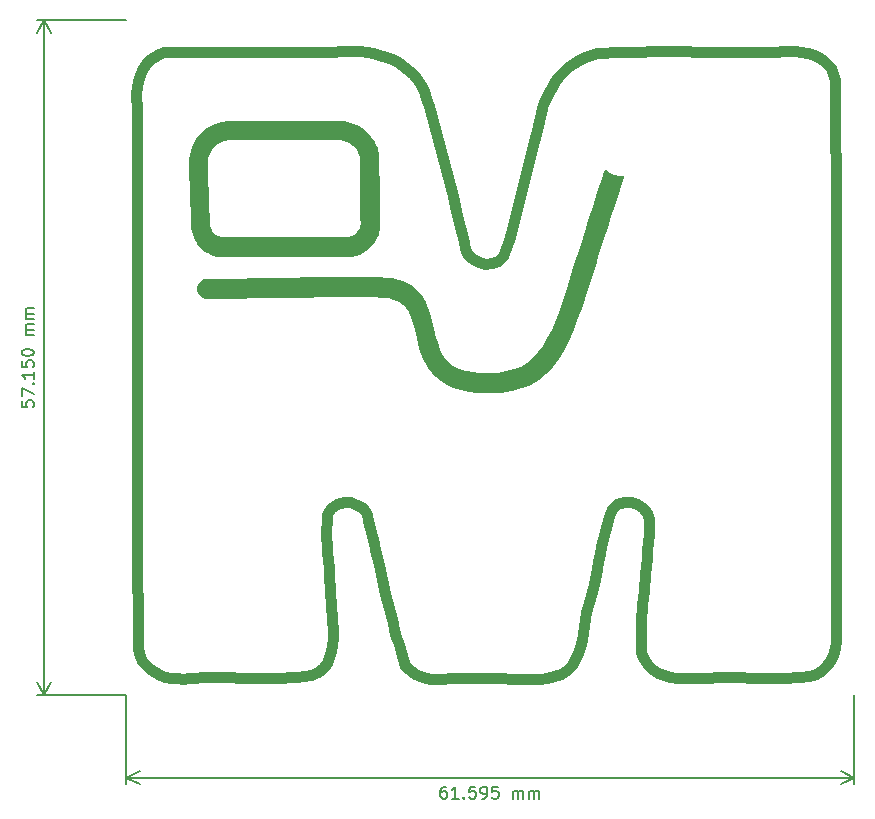
<source format=gto>
G04 #@! TF.GenerationSoftware,KiCad,Pcbnew,5.0.2-bee76a0~70~ubuntu16.04.1*
G04 #@! TF.CreationDate,2019-01-04T08:40:48-07:00*
G04 #@! TF.ProjectId,MakerCozumel,4d616b65-7243-46f7-9a75-6d656c2e6b69,rev?*
G04 #@! TF.SameCoordinates,Original*
G04 #@! TF.FileFunction,Legend,Top*
G04 #@! TF.FilePolarity,Positive*
%FSLAX46Y46*%
G04 Gerber Fmt 4.6, Leading zero omitted, Abs format (unit mm)*
G04 Created by KiCad (PCBNEW 5.0.2-bee76a0~70~ubuntu16.04.1) date Fri 04 Jan 2019 08:40:48 MST*
%MOMM*%
%LPD*%
G01*
G04 APERTURE LIST*
%ADD10C,0.152400*%
%ADD11C,0.100000*%
%ADD12C,0.937500*%
G04 APERTURE END LIST*
D10*
X99087819Y-108451952D02*
X99087819Y-108935761D01*
X99571628Y-108984142D01*
X99523247Y-108935761D01*
X99474866Y-108839000D01*
X99474866Y-108597095D01*
X99523247Y-108500333D01*
X99571628Y-108451952D01*
X99668390Y-108403571D01*
X99910295Y-108403571D01*
X100007057Y-108451952D01*
X100055438Y-108500333D01*
X100103819Y-108597095D01*
X100103819Y-108839000D01*
X100055438Y-108935761D01*
X100007057Y-108984142D01*
X99087819Y-108064904D02*
X99087819Y-107387571D01*
X100103819Y-107823000D01*
X100007057Y-107000523D02*
X100055438Y-106952142D01*
X100103819Y-107000523D01*
X100055438Y-107048904D01*
X100007057Y-107000523D01*
X100103819Y-107000523D01*
X100103819Y-105984523D02*
X100103819Y-106565095D01*
X100103819Y-106274809D02*
X99087819Y-106274809D01*
X99232961Y-106371571D01*
X99329723Y-106468333D01*
X99378104Y-106565095D01*
X99087819Y-105065285D02*
X99087819Y-105549095D01*
X99571628Y-105597476D01*
X99523247Y-105549095D01*
X99474866Y-105452333D01*
X99474866Y-105210428D01*
X99523247Y-105113666D01*
X99571628Y-105065285D01*
X99668390Y-105016904D01*
X99910295Y-105016904D01*
X100007057Y-105065285D01*
X100055438Y-105113666D01*
X100103819Y-105210428D01*
X100103819Y-105452333D01*
X100055438Y-105549095D01*
X100007057Y-105597476D01*
X99087819Y-104387952D02*
X99087819Y-104291190D01*
X99136200Y-104194428D01*
X99184580Y-104146047D01*
X99281342Y-104097666D01*
X99474866Y-104049285D01*
X99716771Y-104049285D01*
X99910295Y-104097666D01*
X100007057Y-104146047D01*
X100055438Y-104194428D01*
X100103819Y-104291190D01*
X100103819Y-104387952D01*
X100055438Y-104484714D01*
X100007057Y-104533095D01*
X99910295Y-104581476D01*
X99716771Y-104629857D01*
X99474866Y-104629857D01*
X99281342Y-104581476D01*
X99184580Y-104533095D01*
X99136200Y-104484714D01*
X99087819Y-104387952D01*
X100103819Y-102839761D02*
X99426485Y-102839761D01*
X99523247Y-102839761D02*
X99474866Y-102791380D01*
X99426485Y-102694619D01*
X99426485Y-102549476D01*
X99474866Y-102452714D01*
X99571628Y-102404333D01*
X100103819Y-102404333D01*
X99571628Y-102404333D02*
X99474866Y-102355952D01*
X99426485Y-102259190D01*
X99426485Y-102114047D01*
X99474866Y-102017285D01*
X99571628Y-101968904D01*
X100103819Y-101968904D01*
X100103819Y-101485095D02*
X99426485Y-101485095D01*
X99523247Y-101485095D02*
X99474866Y-101436714D01*
X99426485Y-101339952D01*
X99426485Y-101194809D01*
X99474866Y-101098047D01*
X99571628Y-101049666D01*
X100103819Y-101049666D01*
X99571628Y-101049666D02*
X99474866Y-101001285D01*
X99426485Y-100904523D01*
X99426485Y-100759380D01*
X99474866Y-100662619D01*
X99571628Y-100614238D01*
X100103819Y-100614238D01*
X100965000Y-133350000D02*
X100965000Y-76200000D01*
X107950000Y-133350000D02*
X100378579Y-133350000D01*
X107950000Y-76200000D02*
X100378579Y-76200000D01*
X100965000Y-76200000D02*
X101551421Y-77326504D01*
X100965000Y-76200000D02*
X100378579Y-77326504D01*
X100965000Y-133350000D02*
X101551421Y-132223496D01*
X100965000Y-133350000D02*
X100378579Y-132223496D01*
X135022166Y-141099419D02*
X134828642Y-141099419D01*
X134731880Y-141147800D01*
X134683500Y-141196180D01*
X134586738Y-141341323D01*
X134538357Y-141534847D01*
X134538357Y-141921895D01*
X134586738Y-142018657D01*
X134635119Y-142067038D01*
X134731880Y-142115419D01*
X134925404Y-142115419D01*
X135022166Y-142067038D01*
X135070547Y-142018657D01*
X135118928Y-141921895D01*
X135118928Y-141679990D01*
X135070547Y-141583228D01*
X135022166Y-141534847D01*
X134925404Y-141486466D01*
X134731880Y-141486466D01*
X134635119Y-141534847D01*
X134586738Y-141583228D01*
X134538357Y-141679990D01*
X136086547Y-142115419D02*
X135505976Y-142115419D01*
X135796261Y-142115419D02*
X135796261Y-141099419D01*
X135699500Y-141244561D01*
X135602738Y-141341323D01*
X135505976Y-141389704D01*
X136521976Y-142018657D02*
X136570357Y-142067038D01*
X136521976Y-142115419D01*
X136473595Y-142067038D01*
X136521976Y-142018657D01*
X136521976Y-142115419D01*
X137489595Y-141099419D02*
X137005785Y-141099419D01*
X136957404Y-141583228D01*
X137005785Y-141534847D01*
X137102547Y-141486466D01*
X137344452Y-141486466D01*
X137441214Y-141534847D01*
X137489595Y-141583228D01*
X137537976Y-141679990D01*
X137537976Y-141921895D01*
X137489595Y-142018657D01*
X137441214Y-142067038D01*
X137344452Y-142115419D01*
X137102547Y-142115419D01*
X137005785Y-142067038D01*
X136957404Y-142018657D01*
X138021785Y-142115419D02*
X138215309Y-142115419D01*
X138312071Y-142067038D01*
X138360452Y-142018657D01*
X138457214Y-141873514D01*
X138505595Y-141679990D01*
X138505595Y-141292942D01*
X138457214Y-141196180D01*
X138408833Y-141147800D01*
X138312071Y-141099419D01*
X138118547Y-141099419D01*
X138021785Y-141147800D01*
X137973404Y-141196180D01*
X137925023Y-141292942D01*
X137925023Y-141534847D01*
X137973404Y-141631609D01*
X138021785Y-141679990D01*
X138118547Y-141728371D01*
X138312071Y-141728371D01*
X138408833Y-141679990D01*
X138457214Y-141631609D01*
X138505595Y-141534847D01*
X139424833Y-141099419D02*
X138941023Y-141099419D01*
X138892642Y-141583228D01*
X138941023Y-141534847D01*
X139037785Y-141486466D01*
X139279690Y-141486466D01*
X139376452Y-141534847D01*
X139424833Y-141583228D01*
X139473214Y-141679990D01*
X139473214Y-141921895D01*
X139424833Y-142018657D01*
X139376452Y-142067038D01*
X139279690Y-142115419D01*
X139037785Y-142115419D01*
X138941023Y-142067038D01*
X138892642Y-142018657D01*
X140682738Y-142115419D02*
X140682738Y-141438085D01*
X140682738Y-141534847D02*
X140731119Y-141486466D01*
X140827880Y-141438085D01*
X140973023Y-141438085D01*
X141069785Y-141486466D01*
X141118166Y-141583228D01*
X141118166Y-142115419D01*
X141118166Y-141583228D02*
X141166547Y-141486466D01*
X141263309Y-141438085D01*
X141408452Y-141438085D01*
X141505214Y-141486466D01*
X141553595Y-141583228D01*
X141553595Y-142115419D01*
X142037404Y-142115419D02*
X142037404Y-141438085D01*
X142037404Y-141534847D02*
X142085785Y-141486466D01*
X142182547Y-141438085D01*
X142327690Y-141438085D01*
X142424452Y-141486466D01*
X142472833Y-141583228D01*
X142472833Y-142115419D01*
X142472833Y-141583228D02*
X142521214Y-141486466D01*
X142617976Y-141438085D01*
X142763119Y-141438085D01*
X142859880Y-141486466D01*
X142908261Y-141583228D01*
X142908261Y-142115419D01*
X107950000Y-140335000D02*
X169545000Y-140335000D01*
X107950000Y-133350000D02*
X107950000Y-140921421D01*
X169545000Y-133350000D02*
X169545000Y-140921421D01*
X169545000Y-140335000D02*
X168418496Y-140921421D01*
X169545000Y-140335000D02*
X168418496Y-139748579D01*
X107950000Y-140335000D02*
X109076504Y-140921421D01*
X107950000Y-140335000D02*
X109076504Y-139748579D01*
D11*
G04 #@! TO.C,svg2mod*
G36*
X116207132Y-96282816D02*
X116855583Y-96282816D01*
X126828109Y-94540881D01*
X126767348Y-94551125D01*
X126706007Y-94558559D01*
X126644278Y-94563086D01*
X126582355Y-94564610D01*
X125933906Y-94564610D01*
X125285455Y-94564610D01*
X124637006Y-94564610D01*
X123988556Y-94564610D01*
X123340105Y-94564610D01*
X122691654Y-94564610D01*
X122043203Y-94564610D01*
X121394753Y-94564610D01*
X120746302Y-94564610D01*
X120097851Y-94564610D01*
X119449401Y-94564610D01*
X118800950Y-94564610D01*
X118152499Y-94564610D01*
X117504049Y-94564610D01*
X116855598Y-94564610D01*
X116207147Y-94564610D01*
X116084886Y-94558511D01*
X115966302Y-94540601D01*
X115851978Y-94511463D01*
X115742494Y-94471676D01*
X115638427Y-94421821D01*
X115540362Y-94362481D01*
X115448881Y-94294237D01*
X115364564Y-94217667D01*
X115287993Y-94133352D01*
X115219748Y-94041873D01*
X115160408Y-93943810D01*
X115110556Y-93839747D01*
X115070769Y-93730262D01*
X115041631Y-93615938D01*
X115023721Y-93497355D01*
X115017622Y-93375093D01*
X115005232Y-93052933D01*
X114992843Y-92730773D01*
X114980453Y-92408613D01*
X114968064Y-92086452D01*
X114955671Y-91764292D01*
X114943282Y-91442131D01*
X114930889Y-91119971D01*
X114918500Y-90797810D01*
X114906110Y-90475650D01*
X114893718Y-90153490D01*
X114881328Y-89831330D01*
X114868939Y-89509170D01*
X114856546Y-89187009D01*
X114844157Y-88864849D01*
X114831767Y-88542689D01*
X114819375Y-88220529D01*
X114836018Y-88036582D01*
X114880035Y-87856421D01*
X114935829Y-87681676D01*
X115007304Y-87513223D01*
X115093491Y-87352127D01*
X115193424Y-87199453D01*
X115306134Y-87056266D01*
X115430654Y-86923630D01*
X115566017Y-86802610D01*
X115711254Y-86694272D01*
X115865396Y-86599679D01*
X116027475Y-86519897D01*
X116196525Y-86455991D01*
X116371577Y-86409026D01*
X116551663Y-86380066D01*
X116735813Y-86370177D01*
X116735809Y-86370180D01*
X116735803Y-86370184D01*
X116735798Y-86370187D01*
X116735794Y-86370191D01*
X116735799Y-86370198D01*
X117305775Y-86370198D01*
X117875751Y-86370198D01*
X118445727Y-86370198D01*
X119015703Y-86370198D01*
X119585679Y-86370198D01*
X120155655Y-86370198D01*
X120725631Y-86370198D01*
X121295607Y-86370198D01*
X121865582Y-86370198D01*
X122435558Y-86370198D01*
X123005533Y-86370198D01*
X123575508Y-86370198D01*
X124145484Y-86370198D01*
X124715460Y-86370198D01*
X125285436Y-86370198D01*
X125855412Y-86370198D01*
X126003230Y-86375572D01*
X126148918Y-86391495D01*
X126291896Y-86417679D01*
X126431583Y-86453835D01*
X126567398Y-86499671D01*
X126698759Y-86554897D01*
X126825087Y-86619223D01*
X126945800Y-86692357D01*
X127060318Y-86774010D01*
X127168059Y-86863892D01*
X127268444Y-86961711D01*
X127360892Y-87067178D01*
X127444821Y-87180001D01*
X127519649Y-87299892D01*
X127584798Y-87426558D01*
X127639686Y-87559711D01*
X127674617Y-87612036D01*
X127690430Y-87671703D01*
X127697130Y-87733455D01*
X127704725Y-87792038D01*
X127705374Y-87816221D01*
X127705713Y-87840696D01*
X127705836Y-87865365D01*
X127705854Y-87890130D01*
X127709980Y-88232941D01*
X127714106Y-88575753D01*
X127718235Y-88918564D01*
X127722361Y-89261376D01*
X127726487Y-89604187D01*
X127730616Y-89946999D01*
X127734742Y-90289810D01*
X127738868Y-90632621D01*
X127742997Y-90975433D01*
X127747123Y-91318244D01*
X127751249Y-91661056D01*
X127755378Y-92003867D01*
X127759504Y-92346679D01*
X127763630Y-92689491D01*
X127767759Y-93032302D01*
X127771885Y-93375114D01*
X127691446Y-93782095D01*
X127491281Y-94120405D01*
X127195473Y-94377511D01*
X126828109Y-94540881D01*
X116855583Y-96282816D01*
X117504033Y-96282816D01*
X118152484Y-96282816D01*
X118800935Y-96282816D01*
X119449385Y-96282816D01*
X120097836Y-96282816D01*
X120746287Y-96282816D01*
X121394737Y-96282816D01*
X122043188Y-96282816D01*
X122691639Y-96282816D01*
X123340089Y-96282816D01*
X123988540Y-96282816D01*
X124636991Y-96282816D01*
X125285441Y-96282816D01*
X125933892Y-96282816D01*
X126582343Y-96282816D01*
X126730225Y-96278975D01*
X126876365Y-96267582D01*
X127020569Y-96248834D01*
X127162642Y-96222926D01*
X127302395Y-96190047D01*
X127439630Y-96150391D01*
X127574154Y-96104150D01*
X127705773Y-96051521D01*
X128208473Y-95772238D01*
X128629071Y-95411411D01*
X128974199Y-94982396D01*
X129250488Y-94498545D01*
X129299616Y-94366925D01*
X129341484Y-94232402D01*
X129375800Y-94095168D01*
X129402276Y-93955417D01*
X129420620Y-93813341D01*
X129430543Y-93669137D01*
X129431757Y-93522997D01*
X129423959Y-93375114D01*
X129419833Y-93032303D01*
X129415707Y-92689491D01*
X129411578Y-92346680D01*
X129407452Y-92003868D01*
X129403326Y-91661057D01*
X129399197Y-91318245D01*
X129395071Y-90975434D01*
X129390944Y-90632622D01*
X129386816Y-90289810D01*
X129382689Y-89946999D01*
X129378563Y-89604187D01*
X129374434Y-89261376D01*
X129370308Y-88918565D01*
X129366182Y-88575753D01*
X129362053Y-88232942D01*
X129357927Y-87890130D01*
X129348162Y-87669107D01*
X129318387Y-87452674D01*
X129275342Y-87240196D01*
X129225774Y-87031037D01*
X129117499Y-86776365D01*
X128991493Y-86533213D01*
X128848660Y-86302257D01*
X128689857Y-86084176D01*
X128515951Y-85879647D01*
X128327814Y-85689349D01*
X128126318Y-85513959D01*
X127912335Y-85354154D01*
X127686735Y-85210611D01*
X127450390Y-85084009D01*
X127204172Y-84975025D01*
X126948949Y-84884337D01*
X126685597Y-84812622D01*
X126414985Y-84760558D01*
X126137984Y-84728823D01*
X125855465Y-84718093D01*
X125289620Y-84718093D01*
X124723774Y-84718093D01*
X124157928Y-84718093D01*
X123592083Y-84718093D01*
X123026237Y-84718093D01*
X122460391Y-84718093D01*
X121894546Y-84718093D01*
X121328700Y-84718093D01*
X120762855Y-84718093D01*
X120197010Y-84718093D01*
X119631165Y-84718093D01*
X119065320Y-84718093D01*
X118499475Y-84718093D01*
X117933629Y-84718093D01*
X117367783Y-84718093D01*
X116801938Y-84718093D01*
X116435152Y-84736406D01*
X116079402Y-84790244D01*
X115736429Y-84877964D01*
X115407977Y-84997919D01*
X115095788Y-85148464D01*
X114801604Y-85327952D01*
X114527167Y-85534740D01*
X114274220Y-85767180D01*
X114044507Y-86023626D01*
X113839769Y-86302435D01*
X113661749Y-86601959D01*
X113512189Y-86920554D01*
X113392831Y-87256573D01*
X113305418Y-87608371D01*
X113251692Y-87974303D01*
X113233395Y-88352721D01*
X113245788Y-88674881D01*
X113258177Y-88997041D01*
X113270567Y-89319201D01*
X113282959Y-89641361D01*
X113295349Y-89963522D01*
X113307738Y-90285681D01*
X113320131Y-90607841D01*
X113332520Y-90930001D01*
X113344910Y-91252161D01*
X113357299Y-91574321D01*
X113369689Y-91896482D01*
X113382078Y-92218642D01*
X113394471Y-92540802D01*
X113406860Y-92862962D01*
X113419253Y-93185122D01*
X113431642Y-93507283D01*
X113445389Y-93799821D01*
X113485854Y-94081905D01*
X113551874Y-94352373D01*
X113642288Y-94610063D01*
X113755934Y-94853812D01*
X113891652Y-95082460D01*
X114048278Y-95294846D01*
X114224654Y-95489806D01*
X114419615Y-95666180D01*
X114632001Y-95822808D01*
X114860648Y-95958526D01*
X115104397Y-96072172D01*
X115362087Y-96162585D01*
X115632555Y-96228606D01*
X115914637Y-96269070D01*
X116207174Y-96282817D01*
X116207162Y-96282817D01*
X116207150Y-96282817D01*
X116207138Y-96282817D01*
X116207126Y-96282817D01*
X116207132Y-96282816D01*
X116207132Y-96282816D01*
G37*
G36*
X148486046Y-88840664D02*
X148466601Y-88899084D01*
X148410939Y-89066408D01*
X148323139Y-89330728D01*
X148207264Y-89680138D01*
X148067384Y-90102731D01*
X147907561Y-90586600D01*
X147731867Y-91119839D01*
X147544358Y-91690541D01*
X147349106Y-92286798D01*
X147150176Y-92896704D01*
X146951635Y-93508353D01*
X146757545Y-94109838D01*
X146571976Y-94689252D01*
X146398988Y-95234688D01*
X146242651Y-95734240D01*
X146107029Y-96176001D01*
X145712412Y-97452589D01*
X145341512Y-98632084D01*
X144987067Y-99716519D01*
X144641819Y-100707928D01*
X144298507Y-101608340D01*
X143949872Y-102419791D01*
X143588650Y-103144313D01*
X143207588Y-103783939D01*
X142799418Y-104340701D01*
X142356883Y-104816632D01*
X141872722Y-105213766D01*
X141339678Y-105534134D01*
X140750485Y-105779771D01*
X140097889Y-105952709D01*
X139374626Y-106054983D01*
X138573437Y-106088621D01*
X137917451Y-106069543D01*
X137333971Y-106013494D01*
X136818060Y-105922209D01*
X136364780Y-105797430D01*
X135969195Y-105640901D01*
X135626368Y-105454361D01*
X135331361Y-105239556D01*
X135079237Y-104998225D01*
X134865060Y-104732114D01*
X134683894Y-104442964D01*
X134530800Y-104132517D01*
X134400843Y-103802517D01*
X134289084Y-103454703D01*
X134190587Y-103090821D01*
X134100415Y-102712612D01*
X134013632Y-102321818D01*
X133938044Y-102007870D01*
X133858100Y-101687436D01*
X133770994Y-101363324D01*
X133673918Y-101038339D01*
X133564064Y-100715292D01*
X133438623Y-100396988D01*
X133294789Y-100086235D01*
X133129754Y-99785840D01*
X132940713Y-99498610D01*
X132724859Y-99227352D01*
X132479384Y-98974873D01*
X132201480Y-98743980D01*
X131888339Y-98537483D01*
X131537154Y-98358188D01*
X131145118Y-98208902D01*
X130709425Y-98092433D01*
X130485680Y-98057568D01*
X130211211Y-98027252D01*
X129886405Y-98001390D01*
X129511648Y-97979881D01*
X129087330Y-97962635D01*
X128613834Y-97949551D01*
X128091550Y-97940534D01*
X127520864Y-97935485D01*
X126902164Y-97934300D01*
X126235837Y-97936868D01*
X125522271Y-97943139D01*
X124761851Y-97953034D01*
X123954967Y-97966414D01*
X123102004Y-97983141D01*
X122203350Y-98003142D01*
X121259392Y-98026344D01*
X120836718Y-98037971D01*
X120411915Y-98048154D01*
X119985950Y-98056982D01*
X119559791Y-98064551D01*
X119134407Y-98070957D01*
X118710765Y-98076297D01*
X118289834Y-98080669D01*
X117872582Y-98084165D01*
X117459975Y-98086903D01*
X117052983Y-98088963D01*
X116652574Y-98090431D01*
X116259715Y-98091418D01*
X115875375Y-98092011D01*
X115500521Y-98092350D01*
X115136122Y-98092500D01*
X114783146Y-98092533D01*
X114613419Y-98110474D01*
X114453759Y-98161715D01*
X114308039Y-98242385D01*
X114180130Y-98348609D01*
X114073905Y-98476519D01*
X113993237Y-98622240D01*
X113941995Y-98781900D01*
X113924054Y-98951627D01*
X113941995Y-99121354D01*
X113993239Y-99281014D01*
X114073909Y-99426736D01*
X114180132Y-99554646D01*
X114308041Y-99660871D01*
X114453761Y-99741539D01*
X114613421Y-99792781D01*
X114783148Y-99810722D01*
X115147031Y-99809988D01*
X115519626Y-99807900D01*
X115900352Y-99804640D01*
X116288628Y-99800407D01*
X116683875Y-99795400D01*
X117085511Y-99789820D01*
X117492954Y-99783854D01*
X117905623Y-99777691D01*
X118322941Y-99771527D01*
X118744324Y-99765561D01*
X119169193Y-99759981D01*
X119596964Y-99754974D01*
X120027060Y-99750741D01*
X120458898Y-99747481D01*
X120891897Y-99745393D01*
X121325476Y-99744659D01*
X122037010Y-99731612D01*
X122755321Y-99717687D01*
X123474793Y-99703568D01*
X124189812Y-99689934D01*
X124894764Y-99677462D01*
X125584033Y-99666831D01*
X126252005Y-99658714D01*
X126893066Y-99653792D01*
X127501602Y-99652720D01*
X128071997Y-99656199D01*
X128598637Y-99664926D01*
X129075908Y-99679601D01*
X129498193Y-99700858D01*
X129859881Y-99729330D01*
X130155358Y-99765721D01*
X130379007Y-99810738D01*
X130626354Y-99878967D01*
X130849210Y-99960072D01*
X131049415Y-100054536D01*
X131228806Y-100162841D01*
X131389224Y-100285474D01*
X131532509Y-100422918D01*
X131660499Y-100575656D01*
X131775033Y-100744174D01*
X131877951Y-100928954D01*
X131971091Y-101130482D01*
X132056293Y-101349241D01*
X132135397Y-101585715D01*
X132210242Y-101840388D01*
X132282667Y-102113743D01*
X132354511Y-102406266D01*
X132427613Y-102718439D01*
X132518431Y-103134966D01*
X132621348Y-103563206D01*
X132742271Y-103997835D01*
X132887104Y-104433530D01*
X133061752Y-104864965D01*
X133272121Y-105286814D01*
X133524116Y-105693759D01*
X133823642Y-106080468D01*
X134176602Y-106441622D01*
X134588902Y-106771899D01*
X135066446Y-107065971D01*
X135615141Y-107318515D01*
X136240892Y-107524204D01*
X136949603Y-107677719D01*
X137747180Y-107773731D01*
X138639524Y-107806917D01*
X139665442Y-107760644D01*
X140592620Y-107622604D01*
X141429189Y-107393956D01*
X142183284Y-107075860D01*
X142863036Y-106669480D01*
X143476573Y-106175981D01*
X144032029Y-105596516D01*
X144537534Y-104932256D01*
X145001219Y-104184358D01*
X145431219Y-103353982D01*
X145835660Y-102442292D01*
X146222677Y-101450449D01*
X146600400Y-100379615D01*
X146976967Y-99230952D01*
X147360498Y-98005621D01*
X147759134Y-96704784D01*
X147894756Y-96263023D01*
X148051090Y-95763471D01*
X148224078Y-95218035D01*
X148409648Y-94638621D01*
X148603738Y-94037136D01*
X148802281Y-93425487D01*
X149001211Y-92815580D01*
X149196461Y-92219322D01*
X149383966Y-91648620D01*
X149559664Y-91115381D01*
X149719486Y-90631512D01*
X149859367Y-90208919D01*
X149975239Y-89859508D01*
X150063041Y-89595188D01*
X150118704Y-89427864D01*
X150138149Y-89369444D01*
X150131122Y-89369726D01*
X150110943Y-89370460D01*
X150079035Y-89371419D01*
X150036817Y-89372407D01*
X149985709Y-89373197D01*
X149927126Y-89373592D01*
X149862483Y-89373386D01*
X149793194Y-89372370D01*
X149720680Y-89370310D01*
X149646357Y-89367005D01*
X149571639Y-89362244D01*
X149497942Y-89355821D01*
X149426684Y-89347521D01*
X149359283Y-89337132D01*
X149297149Y-89324446D01*
X149241707Y-89309251D01*
X149187845Y-89289468D01*
X149130184Y-89263819D01*
X149069723Y-89233292D01*
X149007474Y-89198869D01*
X148944436Y-89161538D01*
X148881614Y-89122283D01*
X148820010Y-89082090D01*
X148760631Y-89041943D01*
X148704477Y-89002830D01*
X148652554Y-88965734D01*
X148605866Y-88931641D01*
X148565415Y-88901538D01*
X148532206Y-88876409D01*
X148507257Y-88857240D01*
X148491538Y-88845017D01*
X148486062Y-88840725D01*
X148486062Y-88840702D01*
X148486062Y-88840680D01*
X148486062Y-88840658D01*
X148486046Y-88840664D01*
X148486046Y-88840664D01*
G37*
D12*
X111703349Y-78882760D02*
X111703349Y-78882758D01*
X112394044Y-78881360D02*
X111703349Y-78882760D01*
X113084743Y-78880220D02*
X112394044Y-78881360D01*
X113775445Y-78879319D02*
X113084743Y-78880220D01*
X114466150Y-78878636D02*
X113775445Y-78879319D01*
X115156857Y-78878148D02*
X114466150Y-78878636D01*
X115847567Y-78877829D02*
X115156857Y-78878148D01*
X116538278Y-78877658D02*
X115847567Y-78877829D01*
X117228992Y-78877612D02*
X116538278Y-78877658D01*
X117919643Y-78877667D02*
X117228992Y-78877612D01*
X118610295Y-78877800D02*
X117919643Y-78877667D01*
X119300948Y-78877989D02*
X118610295Y-78877800D01*
X119991601Y-78878209D02*
X119300948Y-78877989D01*
X120682297Y-78878438D02*
X119991601Y-78878209D01*
X121372992Y-78878652D02*
X120682297Y-78878438D01*
X122063687Y-78878829D02*
X121372992Y-78878652D01*
X122754381Y-78878946D02*
X122063687Y-78878829D01*
X123445127Y-78878980D02*
X122754381Y-78878946D01*
X124135871Y-78878907D02*
X123445127Y-78878980D01*
X124826614Y-78878703D02*
X124135871Y-78878907D01*
X125517354Y-78878348D02*
X124826614Y-78878703D01*
X126063136Y-78823180D02*
X125517354Y-78878348D01*
X126616706Y-78796834D02*
X126063136Y-78823180D01*
X127174374Y-78800565D02*
X126616706Y-78796834D01*
X127732451Y-78835631D02*
X127174374Y-78800565D01*
X128286980Y-78903248D02*
X127732451Y-78835631D01*
X128834548Y-79004680D02*
X128286980Y-78903248D01*
X129371472Y-79141183D02*
X128834548Y-79004680D01*
X129894070Y-79314010D02*
X129371472Y-79141183D01*
X130409258Y-79529353D02*
X129894070Y-79314010D01*
X130901729Y-79785244D02*
X130409258Y-79529353D01*
X131367556Y-80083021D02*
X130901729Y-79785244D01*
X131802814Y-80424020D02*
X131367556Y-80083021D01*
X132192403Y-80797681D02*
X131802814Y-80424020D01*
X132545889Y-81214562D02*
X132192403Y-80797681D01*
X132859682Y-81675889D02*
X132545889Y-81214562D01*
X133130188Y-82182883D02*
X132859682Y-81675889D01*
X133342252Y-82809184D02*
X133130188Y-82182883D01*
X133545238Y-83438565D02*
X133342252Y-82809184D01*
X133927185Y-84705478D02*
X133545238Y-83438565D01*
X134281862Y-85979256D02*
X133927185Y-84705478D01*
X134616335Y-87259884D02*
X134281862Y-85979256D01*
X134936451Y-88542995D02*
X134616335Y-87259884D01*
X135249050Y-89828668D02*
X134936451Y-88542995D01*
X135561078Y-91114741D02*
X135249050Y-89828668D01*
X135878042Y-92399002D02*
X135561078Y-91114741D01*
X136040712Y-93040611D02*
X135878042Y-92399002D01*
X136207096Y-93680954D02*
X136040712Y-93040611D01*
X136378001Y-94319760D02*
X136207096Y-93680954D01*
X136554215Y-94956759D02*
X136378001Y-94319760D01*
X136634612Y-95555451D02*
X136554215Y-94956759D01*
X136897087Y-96060486D02*
X136634612Y-95555451D01*
X137297870Y-96455366D02*
X136897087Y-96060486D01*
X137793179Y-96723591D02*
X137297870Y-96455366D01*
X138346360Y-96849263D02*
X137793179Y-96723591D01*
X138906128Y-96810963D02*
X138346360Y-96849263D01*
X139427014Y-96591550D02*
X138906128Y-96810963D01*
X139863538Y-96173885D02*
X139427014Y-96591550D01*
X140088760Y-95519719D02*
X139863538Y-96173885D01*
X140301020Y-94860455D02*
X140088760Y-95519719D01*
X140501829Y-94196687D02*
X140301020Y-94860455D01*
X140692690Y-93529009D02*
X140501829Y-94196687D01*
X140874244Y-92861289D02*
X140692690Y-93529009D01*
X141048925Y-92190868D02*
X140874244Y-92861289D01*
X141383618Y-90844268D02*
X141048925Y-92190868D01*
X141708075Y-89496275D02*
X141383618Y-90844268D01*
X142034719Y-88149169D02*
X141708075Y-89496275D01*
X142376301Y-86804056D02*
X142034719Y-88149169D01*
X142743879Y-85469204D02*
X142376301Y-86804056D01*
X142934666Y-84393480D02*
X142743879Y-85469204D01*
X143249948Y-83332615D02*
X142934666Y-84393480D01*
X143454141Y-82818427D02*
X143249948Y-83332615D01*
X143689693Y-82319504D02*
X143454141Y-82818427D01*
X143956720Y-81839697D02*
X143689693Y-82319504D01*
X144255342Y-81382853D02*
X143956720Y-81839697D01*
X144592790Y-80944304D02*
X144255342Y-81382853D01*
X144963392Y-80537773D02*
X144592790Y-80944304D01*
X145367272Y-80167353D02*
X144963392Y-80537773D01*
X145804556Y-79837137D02*
X145367272Y-80167353D01*
X146262128Y-79558367D02*
X145804556Y-79837137D01*
X146751550Y-79325284D02*
X146262128Y-79558367D01*
X147272930Y-79141655D02*
X146751550Y-79325284D01*
X147826393Y-79011247D02*
X147272930Y-79141655D01*
X148457696Y-78974760D02*
X147826393Y-79011247D01*
X149089408Y-78944029D02*
X148457696Y-78974760D01*
X149721504Y-78918634D02*
X149089408Y-78944029D01*
X150353947Y-78898158D02*
X149721504Y-78918634D01*
X150986096Y-78882196D02*
X150353947Y-78898158D01*
X151618534Y-78870310D02*
X150986096Y-78882196D01*
X152251234Y-78862083D02*
X151618534Y-78870310D01*
X152884165Y-78857097D02*
X152251234Y-78862083D01*
X153516503Y-78854938D02*
X152884165Y-78857097D01*
X154149014Y-78855182D02*
X153516503Y-78854938D01*
X154781663Y-78857415D02*
X154149014Y-78855182D01*
X155414428Y-78861219D02*
X154781663Y-78857415D01*
X156046975Y-78866178D02*
X155414428Y-78861219D01*
X156679577Y-78871879D02*
X156046975Y-78866178D01*
X157312197Y-78877907D02*
X156679577Y-78871879D01*
X157944813Y-78883847D02*
X157312197Y-78877907D01*
X158577487Y-78889287D02*
X157944813Y-78883847D01*
X159210094Y-78893808D02*
X158577487Y-78889287D01*
X159842605Y-78896998D02*
X159210094Y-78893808D01*
X160474991Y-78898443D02*
X159842605Y-78896998D01*
X161107852Y-78897723D02*
X160474991Y-78898443D01*
X161740529Y-78894421D02*
X161107852Y-78897723D01*
X162372989Y-78888121D02*
X161740529Y-78894421D01*
X163005206Y-78878407D02*
X162372989Y-78888121D01*
X163491947Y-78822124D02*
X163005206Y-78878407D01*
X163998781Y-78797927D02*
X163491947Y-78822124D01*
X164515524Y-78809955D02*
X163998781Y-78797927D01*
X165031991Y-78862347D02*
X164515524Y-78809955D01*
X165545339Y-78961025D02*
X165031991Y-78862347D01*
X166037278Y-79109854D02*
X165545339Y-78961025D01*
X166497167Y-79313158D02*
X166037278Y-79109854D01*
X166914365Y-79575263D02*
X166497167Y-79313158D01*
X167274497Y-79896494D02*
X166914365Y-79575263D01*
X167572197Y-80283629D02*
X167274497Y-79896494D01*
X167797173Y-80740849D02*
X167572197Y-80283629D01*
X167939136Y-81272335D02*
X167797173Y-80740849D01*
X167945656Y-81956829D02*
X167939136Y-81272335D01*
X167951808Y-82641348D02*
X167945656Y-81956829D01*
X167962984Y-84010458D02*
X167951808Y-82641348D01*
X167972749Y-85379661D02*
X167962984Y-84010458D01*
X167981187Y-86748950D02*
X167972749Y-85379661D01*
X167988384Y-88118196D02*
X167981187Y-86748950D01*
X167994424Y-89487518D02*
X167988384Y-88118196D01*
X167999363Y-90856550D02*
X167994424Y-89487518D01*
X168003314Y-92225647D02*
X167999363Y-90856550D01*
X168006333Y-93594722D02*
X168003314Y-92225647D01*
X168008591Y-94963853D02*
X168006333Y-93594722D01*
X168010002Y-96332967D02*
X168008591Y-94963853D01*
X168010567Y-97702127D02*
X168010002Y-96332967D01*
X168010646Y-99071272D02*
X168010567Y-97702127D01*
X168010081Y-100440452D02*
X168010646Y-99071272D01*
X168009235Y-101809613D02*
X168010081Y-100440452D01*
X168007824Y-103178800D02*
X168009235Y-101809613D01*
X168006130Y-104547964D02*
X168007824Y-103178800D01*
X168004437Y-105917143D02*
X168006130Y-104547964D01*
X168002461Y-107286293D02*
X168004437Y-105917143D01*
X168000486Y-108655449D02*
X168002461Y-107286293D01*
X167998510Y-110024478D02*
X168000486Y-108655449D01*
X167996535Y-111393499D02*
X167998510Y-110024478D01*
X167994841Y-112762564D02*
X167996535Y-111393499D01*
X167993430Y-114131610D02*
X167994841Y-112762564D01*
X167992301Y-115500901D02*
X167993430Y-114131610D01*
X167991455Y-116870167D02*
X167992301Y-115500901D01*
X167991212Y-118239419D02*
X167991455Y-116870167D01*
X167991494Y-119608632D02*
X167991212Y-118239419D01*
X167992341Y-120977821D02*
X167991494Y-119608632D01*
X167994034Y-122346966D02*
X167992341Y-120977821D01*
X167996574Y-123716077D02*
X167994034Y-122346966D01*
X167999961Y-125085128D02*
X167996574Y-123716077D01*
X167992821Y-126255803D02*
X167999961Y-125085128D01*
X168037400Y-127514336D02*
X167992821Y-126255803D01*
X168039376Y-128143344D02*
X168037400Y-127514336D01*
X168006929Y-128761008D02*
X168039376Y-128143344D01*
X167924605Y-129356400D02*
X168006929Y-128761008D01*
X167776816Y-129918604D02*
X167924605Y-129356400D01*
X167542736Y-130446058D02*
X167776816Y-129918604D01*
X167208000Y-130916144D02*
X167542736Y-130446058D01*
X166756117Y-131317303D02*
X167208000Y-130916144D01*
X166170597Y-131637975D02*
X166756117Y-131317303D01*
X165626354Y-131731097D02*
X166170597Y-131637975D01*
X165079037Y-131802003D02*
X165626354Y-131731097D01*
X164529003Y-131853226D02*
X165079037Y-131802003D01*
X163976601Y-131887262D02*
X164529003Y-131853226D01*
X163426234Y-131906538D02*
X163976601Y-131887262D01*
X162874224Y-131913876D02*
X163426234Y-131906538D01*
X162320916Y-131911618D02*
X162874224Y-131913876D01*
X161766657Y-131902446D02*
X162320916Y-131911618D01*
X161214377Y-131888786D02*
X161766657Y-131902446D01*
X160661833Y-131873066D02*
X161214377Y-131888786D01*
X160109364Y-131857713D02*
X160661833Y-131873066D01*
X159557309Y-131845126D02*
X160109364Y-131857713D01*
X159002934Y-131837732D02*
X159557309Y-131845126D01*
X158449669Y-131838014D02*
X159002934Y-131837732D01*
X157897856Y-131848654D02*
X158449669Y-131838014D01*
X157347845Y-131871994D02*
X157897856Y-131848654D01*
X156819844Y-131891439D02*
X157347845Y-131871994D01*
X156262229Y-131912549D02*
X156819844Y-131891439D01*
X155686363Y-131924261D02*
X156262229Y-131912549D01*
X155103605Y-131915541D02*
X155686363Y-131924261D01*
X154523357Y-131875078D02*
X155103605Y-131915541D01*
X153959087Y-131791693D02*
X154523357Y-131875078D01*
X153422269Y-131654197D02*
X153959087Y-131791693D01*
X152924390Y-131451409D02*
X153422269Y-131654197D01*
X152476639Y-131171930D02*
X152924390Y-131451409D01*
X152090866Y-130804663D02*
X152476639Y-131171930D01*
X151778576Y-130338404D02*
X152090866Y-130804663D01*
X151551266Y-129761951D02*
X151778576Y-130338404D01*
X151523919Y-129094414D02*
X151551266Y-129761951D01*
X151515650Y-128425860D02*
X151523919Y-129094414D01*
X151524257Y-127756409D02*
X151515650Y-128425860D01*
X151547597Y-127086174D02*
X151524257Y-127756409D01*
X151629188Y-125752316D02*
X151547597Y-127086174D01*
X151743451Y-124416736D02*
X151629188Y-125752316D01*
X151872982Y-123084658D02*
X151743451Y-124416736D01*
X151938348Y-122418600D02*
X151872982Y-123084658D01*
X152001303Y-121752679D02*
X151938348Y-122418600D01*
X152059957Y-121084586D02*
X152001303Y-121752679D01*
X152111946Y-120416857D02*
X152059957Y-121084586D01*
X152155154Y-119749607D02*
X152111946Y-120416857D01*
X152187443Y-119082950D02*
X152155154Y-119749607D01*
X152231190Y-118458675D02*
X152187443Y-119082950D01*
X152044201Y-117917790D02*
X152231190Y-118458675D01*
X151679471Y-117481438D02*
X152044201Y-117917790D01*
X151189985Y-117170762D02*
X151679471Y-117481438D01*
X150630155Y-117007113D02*
X151189985Y-117170762D01*
X150051509Y-117010556D02*
X150630155Y-117007113D01*
X149506656Y-117202086D02*
X150051509Y-117010556D01*
X149048198Y-117602689D02*
X149506656Y-117202086D01*
X148816897Y-118210249D02*
X149048198Y-117602689D01*
X148616460Y-118829512D02*
X148816897Y-118210249D01*
X148441829Y-119458551D02*
X148616460Y-118829512D01*
X148287936Y-120095445D02*
X148441829Y-119458551D01*
X148151132Y-120731365D02*
X148287936Y-120095445D01*
X148024764Y-121371222D02*
X148151132Y-120731365D01*
X147903933Y-122013142D02*
X148024764Y-121371222D01*
X147783732Y-122655265D02*
X147903933Y-122013142D01*
X147524359Y-123938344D02*
X147783732Y-122655265D01*
X147207985Y-125199578D02*
X147524359Y-123938344D01*
X146900662Y-126304359D02*
X147207985Y-125199578D01*
X146703936Y-127496305D02*
X146900662Y-126304359D01*
X146613331Y-128089793D02*
X146703936Y-127496305D01*
X146508562Y-128676589D02*
X146613331Y-128089793D01*
X146376194Y-129247578D02*
X146508562Y-128676589D01*
X146202794Y-129793644D02*
X146376194Y-129247578D01*
X145965877Y-130322724D02*
X146202794Y-129793644D01*
X145655768Y-130805262D02*
X145965877Y-130322724D01*
X145257581Y-131231163D02*
X145655768Y-130805262D01*
X144756436Y-131590327D02*
X145257581Y-131231163D01*
X144159474Y-131766285D02*
X144756436Y-131590327D01*
X143552606Y-131886240D02*
X144159474Y-131766285D01*
X142937421Y-131959000D02*
X143552606Y-131886240D01*
X142315505Y-131993392D02*
X142937421Y-131959000D01*
X141698499Y-131998331D02*
X142315505Y-131993392D01*
X141078025Y-131983034D02*
X141698499Y-131998331D01*
X140455593Y-131955913D02*
X141078025Y-131983034D01*
X139832714Y-131925345D02*
X140455593Y-131955913D01*
X139206773Y-131899606D02*
X139832714Y-131925345D01*
X138583457Y-131887443D02*
X139206773Y-131899606D01*
X137964304Y-131897433D02*
X138583457Y-131887443D01*
X137350858Y-131938158D02*
X137964304Y-131897433D01*
X136864637Y-131895686D02*
X137350858Y-131938158D01*
X136358697Y-131891199D02*
X136864637Y-131895686D01*
X135839312Y-131910898D02*
X136358697Y-131891199D01*
X135312760Y-131940966D02*
X135839312Y-131910898D01*
X134789907Y-131967410D02*
X135312760Y-131940966D01*
X134272278Y-131977034D02*
X134789907Y-131967410D01*
X133765983Y-131956375D02*
X134272278Y-131977034D01*
X133277130Y-131892006D02*
X133765983Y-131956375D01*
X132795676Y-131764882D02*
X133277130Y-131892006D01*
X132346280Y-131561476D02*
X132795676Y-131764882D01*
X131935730Y-131266842D02*
X132346280Y-131561476D01*
X131570817Y-130866038D02*
X131935730Y-131266842D01*
X131366409Y-130268280D02*
X131570817Y-130866038D01*
X131172294Y-129666989D02*
X131366409Y-130268280D01*
X130987557Y-129062477D02*
X131172294Y-129666989D01*
X130811283Y-128455062D02*
X130987557Y-129062477D01*
X130642963Y-127846545D02*
X130811283Y-128455062D01*
X130481248Y-127235760D02*
X130642963Y-127846545D01*
X130174007Y-126008641D02*
X130481248Y-127235760D01*
X129882922Y-124778875D02*
X130174007Y-126008641D01*
X129600092Y-123546289D02*
X129882922Y-124778875D01*
X129318359Y-122313588D02*
X129600092Y-123546289D01*
X129175631Y-121697886D02*
X129318359Y-122313588D01*
X129030462Y-121083031D02*
X129175631Y-121697886D01*
X128881633Y-120468038D02*
X129030462Y-121083031D01*
X128728541Y-119854520D02*
X128881633Y-120468038D01*
X128570278Y-119242784D02*
X128728541Y-119854520D01*
X128405938Y-118633145D02*
X128570278Y-119242784D01*
X128276681Y-118023229D02*
X128405938Y-118633145D01*
X127948194Y-117548545D02*
X128276681Y-118023229D01*
X127477331Y-117217558D02*
X127948194Y-117548545D01*
X126920952Y-117038744D02*
X127477331Y-117217558D01*
X126333074Y-117020880D02*
X126920952Y-117038744D01*
X125773954Y-117173838D02*
X126333074Y-117020880D01*
X125301287Y-117506203D02*
X125773954Y-117173838D01*
X124972770Y-118026570D02*
X125301287Y-117506203D01*
X124909566Y-118671428D02*
X124972770Y-118026570D01*
X124881331Y-119319388D02*
X124909566Y-118671428D01*
X124882319Y-119969932D02*
X124881331Y-119319388D01*
X124906816Y-120622549D02*
X124882319Y-119969932D01*
X124948527Y-121269405D02*
X124906816Y-120622549D01*
X125002062Y-121917283D02*
X124948527Y-121269405D01*
X125061875Y-122565680D02*
X125002062Y-121917283D01*
X125122422Y-123214099D02*
X125061875Y-122565680D01*
X125223895Y-124515115D02*
X125122422Y-123214099D01*
X125260944Y-125810154D02*
X125223895Y-124515115D01*
X125361376Y-126866345D02*
X125260944Y-125810154D01*
X125434269Y-127994238D02*
X125361376Y-126866345D01*
X125431870Y-128560762D02*
X125434269Y-127994238D01*
X125388321Y-129115349D02*
X125431870Y-128560762D01*
X125292182Y-129648023D02*
X125388321Y-129115349D01*
X125132026Y-130148813D02*
X125292182Y-129648023D01*
X124895212Y-130609639D02*
X125132026Y-130148813D01*
X124570715Y-131018139D02*
X124895212Y-130609639D01*
X124146954Y-131364205D02*
X124570715Y-131018139D01*
X123612350Y-131637730D02*
X124146954Y-131364205D01*
X123002798Y-131731233D02*
X123612350Y-131637730D01*
X122390178Y-131802375D02*
X123002798Y-131731233D01*
X121774842Y-131853706D02*
X122390178Y-131802375D01*
X121157140Y-131887767D02*
X121774842Y-131853706D01*
X120541954Y-131906986D02*
X121157140Y-131887767D01*
X119925128Y-131914211D02*
X120541954Y-131906986D01*
X119307006Y-131911954D02*
X119925128Y-131914211D01*
X118687931Y-131902584D02*
X119307006Y-131911954D01*
X118070798Y-131888727D02*
X118687931Y-131902584D01*
X117453402Y-131872809D02*
X118070798Y-131888727D01*
X116836081Y-131857259D02*
X117453402Y-131872809D01*
X116219175Y-131844559D02*
X116836081Y-131857259D01*
X115600016Y-131837165D02*
X116219175Y-131844559D01*
X114981963Y-131837729D02*
X115600016Y-131837165D01*
X114365362Y-131848538D02*
X114981963Y-131837729D01*
X113750558Y-131872188D02*
X114365362Y-131848538D01*
X113270674Y-131928828D02*
X113750558Y-131872188D01*
X112772485Y-131951801D02*
X113270674Y-131928828D01*
X112265745Y-131937435D02*
X112772485Y-131951801D01*
X111760204Y-131882100D02*
X112265745Y-131937435D01*
X111257484Y-131780049D02*
X111760204Y-131882100D01*
X110776335Y-131628004D02*
X111257484Y-131780049D01*
X110327006Y-131422126D02*
X110776335Y-131628004D01*
X109919748Y-131158564D02*
X110327006Y-131422126D01*
X109569560Y-130838677D02*
X109919748Y-131158564D01*
X109279985Y-130455368D02*
X109569560Y-130838677D01*
X109060833Y-130004958D02*
X109279985Y-130455368D01*
X108921912Y-129483767D02*
X109060833Y-130004958D01*
X108915718Y-128805395D02*
X108921912Y-129483767D01*
X108909864Y-128127001D02*
X108915718Y-128805395D01*
X108899142Y-126770147D02*
X108909864Y-128127001D01*
X108889680Y-125413211D02*
X108899142Y-126770147D01*
X108881412Y-124056197D02*
X108889680Y-125413211D01*
X108874273Y-122699233D02*
X108881412Y-124056197D01*
X108868194Y-121342198D02*
X108874273Y-122699233D01*
X108863113Y-119985460D02*
X108868194Y-121342198D01*
X108858959Y-118628660D02*
X108863113Y-119985460D01*
X108855668Y-117271888D02*
X108858959Y-118628660D01*
X108853173Y-115915062D02*
X108855668Y-117271888D01*
X108851409Y-114558257D02*
X108853173Y-115915062D01*
X108850309Y-113201406D02*
X108851409Y-114558257D01*
X108849806Y-111844572D02*
X108850309Y-113201406D01*
X108849834Y-110487704D02*
X108849806Y-111844572D01*
X108850328Y-109130853D02*
X108849834Y-110487704D01*
X108851220Y-107773973D02*
X108850328Y-109130853D01*
X108852445Y-106417117D02*
X108851220Y-107773973D01*
X108853938Y-105060240D02*
X108852445Y-106417117D01*
X108855631Y-103703388D02*
X108853938Y-105060240D01*
X108857460Y-102346527D02*
X108855631Y-103703388D01*
X108859356Y-100989786D02*
X108857460Y-102346527D01*
X108861256Y-99633045D02*
X108859356Y-100989786D01*
X108863090Y-98276256D02*
X108861256Y-99633045D01*
X108864795Y-96919475D02*
X108863090Y-98276256D01*
X108866305Y-95562734D02*
X108864795Y-96919475D01*
X108867552Y-94206010D02*
X108866305Y-95562734D01*
X108868472Y-92849021D02*
X108867552Y-94206010D01*
X108869000Y-91492058D02*
X108868472Y-92849021D01*
X108869066Y-90135106D02*
X108869000Y-91492058D01*
X108868606Y-88778188D02*
X108869066Y-90135106D01*
X108867553Y-87421288D02*
X108868606Y-88778188D01*
X108865843Y-86064431D02*
X108867553Y-87421288D01*
X108863408Y-84707644D02*
X108865843Y-86064431D01*
X108860180Y-83350908D02*
X108863408Y-84707644D01*
X108786499Y-82860160D02*
X108860180Y-83350908D01*
X108770560Y-82357230D02*
X108786499Y-82860160D01*
X108811717Y-81852238D02*
X108770560Y-82357230D01*
X108909325Y-81355305D02*
X108811717Y-81852238D01*
X109066682Y-80866430D02*
X108909325Y-81355305D01*
X109281605Y-80407326D02*
X109066682Y-80866430D01*
X109553404Y-79988786D02*
X109281605Y-80407326D01*
X109881391Y-79621603D02*
X109553404Y-79988786D01*
X110258025Y-79321093D02*
X109881391Y-79621603D01*
X110687667Y-79090941D02*
X110258025Y-79321093D01*
X111169659Y-78941408D02*
X110687667Y-79090941D01*
X111703349Y-78882758D02*
X111169659Y-78941408D01*
G04 #@! TD*
M02*

</source>
